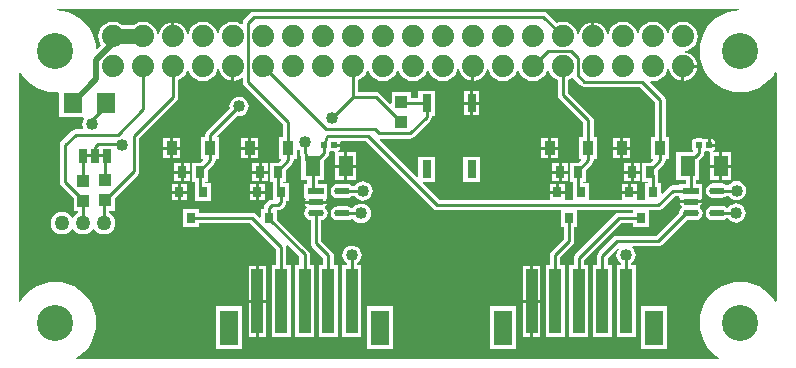
<source format=gtl>
G04*
G04 #@! TF.GenerationSoftware,Altium Limited,Altium Designer,23.3.1 (30)*
G04*
G04 Layer_Physical_Order=1*
G04 Layer_Color=255*
%FSLAX26Y26*%
%MOIN*%
G70*
G04*
G04 #@! TF.SameCoordinates,CCAFB082-66E9-4EF7-9244-D7FC5D9F632E*
G04*
G04*
G04 #@! TF.FilePolarity,Positive*
G04*
G01*
G75*
%ADD15C,0.010000*%
%ADD17R,0.039370X0.216535*%
%ADD18R,0.062992X0.118110*%
%ADD19R,0.051181X0.070866*%
G04:AMPARAMS|DCode=20|XSize=52.688mil|YSize=22.754mil|CornerRadius=11.377mil|HoleSize=0mil|Usage=FLASHONLY|Rotation=0.000|XOffset=0mil|YOffset=0mil|HoleType=Round|Shape=RoundedRectangle|*
%AMROUNDEDRECTD20*
21,1,0.052688,0.000000,0,0,0.0*
21,1,0.029934,0.022754,0,0,0.0*
1,1,0.022754,0.014967,0.000000*
1,1,0.022754,-0.014967,0.000000*
1,1,0.022754,-0.014967,0.000000*
1,1,0.022754,0.014967,0.000000*
%
%ADD20ROUNDEDRECTD20*%
%ADD21R,0.052688X0.022754*%
G04:AMPARAMS|DCode=22|XSize=21.654mil|YSize=19.685mil|CornerRadius=2.461mil|HoleSize=0mil|Usage=FLASHONLY|Rotation=90.000|XOffset=0mil|YOffset=0mil|HoleType=Round|Shape=RoundedRectangle|*
%AMROUNDEDRECTD22*
21,1,0.021654,0.014764,0,0,90.0*
21,1,0.016732,0.019685,0,0,90.0*
1,1,0.004921,0.007382,0.008366*
1,1,0.004921,0.007382,-0.008366*
1,1,0.004921,-0.007382,-0.008366*
1,1,0.004921,-0.007382,0.008366*
%
%ADD22ROUNDEDRECTD22*%
%ADD23R,0.030000X0.060000*%
%ADD24R,0.035827X0.048032*%
%ADD25R,0.062990X0.070870*%
%ADD26R,0.031496X0.035433*%
%ADD27R,0.031496X0.039370*%
%ADD28R,0.039370X0.043310*%
%ADD29R,0.025000X0.050000*%
%ADD45C,0.020000*%
%ADD46C,0.050000*%
%ADD47C,0.120000*%
%ADD48C,0.074000*%
%ADD49C,0.020000*%
%ADD50C,0.050000*%
%ADD51C,0.040000*%
G36*
X2417777Y1179476D02*
X2399916Y1178071D01*
X2379097Y1173073D01*
X2359317Y1164880D01*
X2341062Y1153693D01*
X2324782Y1139788D01*
X2310877Y1123508D01*
X2299691Y1105253D01*
X2291497Y1085473D01*
X2286499Y1064654D01*
X2284819Y1043310D01*
X2286499Y1021966D01*
X2291497Y1001148D01*
X2299691Y981367D01*
X2310877Y963112D01*
X2324782Y946832D01*
X2341062Y932927D01*
X2359317Y921740D01*
X2379097Y913547D01*
X2399916Y908549D01*
X2421260Y906869D01*
X2442604Y908549D01*
X2463423Y913547D01*
X2483203Y921740D01*
X2501458Y932927D01*
X2517738Y946832D01*
X2531643Y963112D01*
X2537934Y973379D01*
X2542747Y972022D01*
Y209088D01*
X2537934Y207731D01*
X2531643Y217998D01*
X2517738Y234278D01*
X2501458Y248183D01*
X2483203Y259370D01*
X2463423Y267563D01*
X2442604Y272561D01*
X2421260Y274241D01*
X2399916Y272561D01*
X2379097Y267563D01*
X2359317Y259370D01*
X2341062Y248183D01*
X2324782Y234278D01*
X2310877Y217998D01*
X2299691Y199743D01*
X2291497Y179963D01*
X2286499Y159144D01*
X2284819Y137800D01*
X2286499Y116456D01*
X2291497Y95638D01*
X2299691Y75857D01*
X2310877Y57602D01*
X2324782Y41322D01*
X2341062Y27417D01*
X2351329Y21126D01*
X2349972Y16314D01*
X209088D01*
X207731Y21126D01*
X217998Y27417D01*
X234278Y41322D01*
X248183Y57602D01*
X259370Y75857D01*
X267563Y95638D01*
X272561Y116456D01*
X274241Y137800D01*
X272561Y159144D01*
X267563Y179963D01*
X259370Y199743D01*
X248183Y217998D01*
X234278Y234278D01*
X217998Y248183D01*
X199743Y259370D01*
X179963Y267563D01*
X159144Y272561D01*
X137800Y274241D01*
X116456Y272561D01*
X95638Y267563D01*
X75857Y259370D01*
X57602Y248183D01*
X41322Y234278D01*
X27417Y217998D01*
X21126Y207731D01*
X16314Y209088D01*
Y972022D01*
X21126Y973379D01*
X27417Y963112D01*
X41322Y946832D01*
X57602Y932927D01*
X75857Y921740D01*
X95638Y913547D01*
X116456Y908549D01*
X137800Y906869D01*
X147713Y907650D01*
X151385Y904255D01*
Y822565D01*
X231327D01*
X233539Y818081D01*
X232048Y816138D01*
X228824Y808354D01*
X227724Y800000D01*
X228824Y791646D01*
X230610Y787333D01*
X227269Y782333D01*
X205000D01*
X198367Y781014D01*
X192744Y777256D01*
X157744Y742256D01*
X153986Y736633D01*
X152667Y730000D01*
Y606050D01*
X153986Y599417D01*
X157744Y593794D01*
X198825Y552712D01*
Y509915D01*
X212667D01*
Y502869D01*
X211340Y502320D01*
X203611Y496389D01*
X197680Y488660D01*
X197500Y488224D01*
X192500D01*
X192320Y488660D01*
X186389Y496389D01*
X178660Y502320D01*
X169659Y506048D01*
X160000Y507319D01*
X150341Y506048D01*
X141340Y502320D01*
X133611Y496389D01*
X127680Y488660D01*
X123952Y479659D01*
X122681Y470000D01*
X123952Y460341D01*
X127680Y451340D01*
X133611Y443611D01*
X141340Y437680D01*
X150341Y433952D01*
X160000Y432681D01*
X169659Y433952D01*
X178660Y437680D01*
X186389Y443611D01*
X192320Y451340D01*
X192500Y451776D01*
X197500D01*
X197680Y451340D01*
X203611Y443611D01*
X211340Y437680D01*
X220341Y433952D01*
X230000Y432681D01*
X239659Y433952D01*
X248660Y437680D01*
X256389Y443611D01*
X262320Y451340D01*
X262500Y451776D01*
X267500D01*
X267680Y451340D01*
X273611Y443611D01*
X281340Y437680D01*
X290341Y433952D01*
X300000Y432681D01*
X309659Y433952D01*
X318660Y437680D01*
X326389Y443611D01*
X332320Y451340D01*
X336048Y460341D01*
X337319Y470000D01*
X336048Y479659D01*
X332320Y488660D01*
X326389Y496389D01*
X318660Y502320D01*
X317333Y502869D01*
Y511915D01*
X335455D01*
Y554712D01*
X412256Y631514D01*
X416014Y637137D01*
X417333Y643770D01*
Y752820D01*
X541786Y877274D01*
X545544Y882897D01*
X546863Y889530D01*
Y946272D01*
X554241Y949329D01*
X564477Y957183D01*
X572331Y967419D01*
X576930Y978520D01*
X579530Y978958D01*
X582130Y978520D01*
X586729Y967419D01*
X594583Y957183D01*
X604819Y949329D01*
X616738Y944391D01*
X629530Y942707D01*
X642322Y944391D01*
X654241Y949329D01*
X664477Y957183D01*
X672331Y967419D01*
X677269Y979338D01*
X678017Y985022D01*
X683060D01*
X683740Y979861D01*
X688476Y968427D01*
X696009Y958609D01*
X705827Y951076D01*
X717260Y946340D01*
X724530Y945383D01*
Y992130D01*
X734530D01*
Y945383D01*
X741799Y946340D01*
X753233Y951076D01*
X757713Y954513D01*
X762197Y952302D01*
Y942000D01*
X763516Y935367D01*
X767274Y929744D01*
X897037Y799980D01*
Y756016D01*
X884457D01*
Y683984D01*
X888529D01*
X890442Y679365D01*
X882762Y671685D01*
X851780D01*
Y608315D01*
X862195D01*
Y603024D01*
X861622D01*
Y547333D01*
X860000D01*
X853367Y546014D01*
X847744Y542256D01*
X837744Y532256D01*
X833986Y526633D01*
X832667Y520000D01*
Y516409D01*
X822252D01*
Y489793D01*
X817633Y487880D01*
X806564Y498948D01*
X800941Y502706D01*
X794308Y504025D01*
X617748D01*
Y516409D01*
X562252D01*
Y456976D01*
X617748D01*
Y469359D01*
X787128D01*
X872667Y383820D01*
Y330268D01*
X858315D01*
Y89732D01*
X921685D01*
Y330268D01*
X907333D01*
Y391000D01*
X907073Y392306D01*
X911068Y397850D01*
X912216Y397995D01*
X951407Y358804D01*
Y330268D01*
X937055D01*
Y89732D01*
X1000425D01*
Y330268D01*
X986073D01*
Y365984D01*
X984754Y372617D01*
X980996Y378240D01*
X877748Y481489D01*
Y512667D01*
X879370D01*
X886003Y513986D01*
X891626Y517744D01*
X901626Y527744D01*
X905384Y533367D01*
X906703Y540000D01*
Y543591D01*
X917118D01*
Y603024D01*
X896861D01*
Y608315D01*
X907276D01*
Y647173D01*
X926626Y666524D01*
X930384Y672147D01*
X931703Y678780D01*
Y683984D01*
X944283D01*
Y713096D01*
X948604Y715226D01*
X952667Y712413D01*
Y705000D01*
X953986Y698367D01*
X956958Y693919D01*
Y680591D01*
X957292Y678916D01*
Y612567D01*
X977549D01*
Y600779D01*
X967710D01*
Y554025D01*
X969445D01*
X971802Y549615D01*
X970950Y548341D01*
X970286Y545000D01*
X1041822D01*
X1041158Y548341D01*
X1040306Y549615D01*
X1042663Y554025D01*
X1044398D01*
Y600779D01*
X1012215D01*
Y612567D01*
X1032473D01*
Y679850D01*
X1044540Y691918D01*
X1048298Y697541D01*
X1049617Y704174D01*
Y707795D01*
X1054617Y710468D01*
X1055472Y709896D01*
X1060334Y708929D01*
X1065976D01*
X1069527Y705433D01*
X1069527Y703929D01*
Y665000D01*
X1100118D01*
Y705433D01*
X1081595D01*
X1081076Y706849D01*
X1080763Y710433D01*
X1084082Y712650D01*
X1086835Y716772D01*
X1087803Y721634D01*
Y725000D01*
X1067716D01*
Y735000D01*
X1087803D01*
Y738366D01*
X1087716Y738802D01*
X1090888Y742667D01*
X1173820D01*
X1398744Y517744D01*
X1404367Y513986D01*
X1411000Y512667D01*
X1822252D01*
Y456976D01*
X1832667D01*
Y417180D01*
X1791524Y376036D01*
X1787766Y370413D01*
X1786447Y363780D01*
Y330268D01*
X1772095D01*
Y89732D01*
X1835465D01*
Y330268D01*
X1821113D01*
Y356600D01*
X1862256Y397743D01*
X1862256Y397744D01*
X1866014Y403367D01*
X1867333Y410000D01*
X1867333Y410000D01*
Y456976D01*
X1877748D01*
Y512667D01*
X2062252D01*
Y504025D01*
X2016693D01*
X2016692Y504025D01*
X2010059Y502706D01*
X2004436Y498948D01*
X1870264Y364776D01*
X1866506Y359153D01*
X1865187Y352520D01*
Y330268D01*
X1850835D01*
Y89732D01*
X1914205D01*
Y330268D01*
X1899853D01*
Y345340D01*
X2023872Y469359D01*
X2062252D01*
Y456976D01*
X2117748D01*
Y512667D01*
X2147732D01*
X2154365Y513986D01*
X2159988Y517744D01*
X2203180Y560935D01*
X2217710D01*
Y554891D01*
X2219445D01*
X2221802Y550481D01*
X2220950Y549207D01*
X2220286Y545866D01*
X2291822D01*
X2291158Y549207D01*
X2290306Y550481D01*
X2292663Y554891D01*
X2294398D01*
Y601645D01*
X2273387D01*
Y612567D01*
X2282472D01*
Y679849D01*
X2294540Y691917D01*
X2298298Y697540D01*
X2299617Y704173D01*
Y707795D01*
X2304617Y710468D01*
X2305472Y709896D01*
X2310334Y708929D01*
X2315976D01*
X2319527Y705433D01*
X2319528Y703929D01*
Y665000D01*
X2350118D01*
Y705433D01*
X2331595D01*
X2331076Y706849D01*
X2330763Y710433D01*
X2334081Y712650D01*
X2336836Y716772D01*
X2337803Y721634D01*
Y725000D01*
X2317716D01*
Y730000D01*
X2312716D01*
Y751071D01*
X2310334D01*
X2305472Y750104D01*
X2305019Y749801D01*
X2300091Y748792D01*
X2295308Y751988D01*
X2289666Y753110D01*
X2274902D01*
X2269260Y751988D01*
X2264477Y748792D01*
X2261280Y744008D01*
X2260158Y738366D01*
Y721634D01*
X2261280Y715992D01*
X2264477Y711208D01*
X2264506Y710908D01*
X2261031Y707433D01*
X2207291D01*
Y612567D01*
X2238721D01*
Y601645D01*
X2217710D01*
Y595601D01*
X2196001D01*
X2196000Y595601D01*
X2189367Y594282D01*
X2183744Y590524D01*
X2161737Y568518D01*
X2157118Y570432D01*
Y603024D01*
X2146703D01*
Y608315D01*
X2147276D01*
Y647173D01*
X2166626Y666524D01*
X2170384Y672147D01*
X2171703Y678780D01*
Y683984D01*
X2184283D01*
Y756016D01*
X2171703D01*
Y880000D01*
X2170384Y886633D01*
X2166626Y892256D01*
X2119959Y938924D01*
X2122294Y943660D01*
X2129530Y942707D01*
X2142322Y944391D01*
X2154241Y949329D01*
X2164477Y957183D01*
X2172331Y967419D01*
X2177269Y979338D01*
X2178017Y985022D01*
X2183060D01*
X2183740Y979861D01*
X2188476Y968427D01*
X2196009Y958609D01*
X2205827Y951076D01*
X2217260Y946340D01*
X2224530Y945383D01*
Y992130D01*
X2229530D01*
Y997130D01*
X2276277D01*
X2275320Y1004399D01*
X2270584Y1015833D01*
X2263051Y1025651D01*
X2253233Y1033185D01*
X2241800Y1037920D01*
X2236638Y1038600D01*
Y1043643D01*
X2242322Y1044391D01*
X2254241Y1049329D01*
X2264477Y1057183D01*
X2272331Y1067419D01*
X2277269Y1079338D01*
X2278953Y1092130D01*
X2277269Y1104922D01*
X2272331Y1116841D01*
X2264477Y1127077D01*
X2254241Y1134931D01*
X2242322Y1139869D01*
X2229530Y1141553D01*
X2216738Y1139869D01*
X2204819Y1134931D01*
X2194583Y1127077D01*
X2186729Y1116841D01*
X2182130Y1105740D01*
X2179530Y1105302D01*
X2176930Y1105740D01*
X2172331Y1116841D01*
X2164477Y1127077D01*
X2154241Y1134931D01*
X2142322Y1139869D01*
X2129530Y1141553D01*
X2116738Y1139869D01*
X2104819Y1134931D01*
X2094583Y1127077D01*
X2086729Y1116841D01*
X2082130Y1105740D01*
X2079530Y1105302D01*
X2076930Y1105740D01*
X2072331Y1116841D01*
X2064477Y1127077D01*
X2054241Y1134931D01*
X2042322Y1139869D01*
X2029530Y1141553D01*
X2016738Y1139869D01*
X2004819Y1134931D01*
X1994583Y1127077D01*
X1986729Y1116841D01*
X1981791Y1104922D01*
X1981043Y1099238D01*
X1976000D01*
X1975320Y1104399D01*
X1970584Y1115833D01*
X1963051Y1125651D01*
X1953233Y1133185D01*
X1941800Y1137920D01*
X1934530Y1138877D01*
Y1092130D01*
X1924530D01*
Y1138877D01*
X1917261Y1137920D01*
X1905827Y1133185D01*
X1896009Y1125651D01*
X1888476Y1115833D01*
X1883740Y1104399D01*
X1883060Y1099238D01*
X1878017D01*
X1877269Y1104922D01*
X1872331Y1116841D01*
X1864477Y1127077D01*
X1854241Y1134931D01*
X1842322Y1139869D01*
X1829530Y1141553D01*
X1816738Y1139869D01*
X1809360Y1136813D01*
X1776916Y1169256D01*
X1771293Y1173014D01*
X1764660Y1174333D01*
X800000D01*
X800000Y1174333D01*
X793367Y1173014D01*
X787744Y1169256D01*
X787744Y1169256D01*
X767274Y1148786D01*
X763516Y1143163D01*
X762197Y1136530D01*
Y1134479D01*
X757713Y1132268D01*
X754241Y1134931D01*
X742322Y1139869D01*
X729530Y1141553D01*
X716738Y1139869D01*
X704819Y1134931D01*
X694583Y1127077D01*
X686729Y1116841D01*
X682130Y1105740D01*
X679530Y1105302D01*
X676930Y1105740D01*
X672331Y1116841D01*
X664477Y1127077D01*
X654241Y1134931D01*
X642322Y1139869D01*
X629530Y1141553D01*
X616738Y1139869D01*
X604819Y1134931D01*
X594583Y1127077D01*
X586729Y1116841D01*
X581791Y1104922D01*
X581043Y1099238D01*
X576000D01*
X575320Y1104399D01*
X570585Y1115833D01*
X563051Y1125651D01*
X553233Y1133185D01*
X541799Y1137920D01*
X534530Y1138877D01*
Y1092130D01*
X524530D01*
Y1138877D01*
X517260Y1137920D01*
X505827Y1133185D01*
X496009Y1125651D01*
X488476Y1115833D01*
X483740Y1104399D01*
X483060Y1099238D01*
X478017D01*
X477269Y1104922D01*
X472331Y1116841D01*
X464477Y1127077D01*
X454241Y1134931D01*
X442322Y1139869D01*
X429530Y1141553D01*
X416738Y1139869D01*
X404819Y1134931D01*
X397674Y1129449D01*
X361386D01*
X354241Y1134931D01*
X342322Y1139869D01*
X329530Y1141553D01*
X316738Y1139869D01*
X304819Y1134931D01*
X294583Y1127077D01*
X286729Y1116841D01*
X281791Y1104922D01*
X280107Y1092130D01*
X281791Y1079338D01*
X286729Y1067419D01*
X290457Y1062559D01*
X278242Y1050344D01*
X273551Y1052075D01*
X272561Y1064654D01*
X267563Y1085473D01*
X259370Y1105253D01*
X248183Y1123508D01*
X234278Y1139788D01*
X217998Y1153693D01*
X199743Y1164880D01*
X179963Y1173073D01*
X159144Y1178071D01*
X141283Y1179476D01*
X141479Y1184476D01*
X2417581D01*
X2417777Y1179476D01*
D02*
G37*
G36*
X1534530Y945383D02*
X1541800Y946340D01*
X1553233Y951076D01*
X1563051Y958609D01*
X1570584Y968427D01*
X1575320Y979861D01*
X1576000Y985022D01*
X1581043D01*
X1581791Y979338D01*
X1586729Y967419D01*
X1594583Y957183D01*
X1604819Y949329D01*
X1616738Y944391D01*
X1629530Y942707D01*
X1642322Y944391D01*
X1654241Y949329D01*
X1664477Y957183D01*
X1672331Y967419D01*
X1676930Y978520D01*
X1679530Y978958D01*
X1682130Y978520D01*
X1686729Y967419D01*
X1694583Y957183D01*
X1704819Y949329D01*
X1716738Y944391D01*
X1729530Y942707D01*
X1742322Y944391D01*
X1754241Y949329D01*
X1764477Y957183D01*
X1772331Y967419D01*
X1776930Y978520D01*
X1779530Y978958D01*
X1782130Y978520D01*
X1786729Y967419D01*
X1794583Y957183D01*
X1804819Y949329D01*
X1812197Y946272D01*
Y897840D01*
X1813516Y891207D01*
X1817274Y885584D01*
X1897037Y805820D01*
Y756016D01*
X1884457D01*
Y683984D01*
X1888529D01*
X1890442Y679365D01*
X1882762Y671685D01*
X1851780D01*
Y608315D01*
X1862195D01*
Y603024D01*
X1861622D01*
Y547333D01*
X1836378D01*
Y568308D01*
X1810630D01*
Y573308D01*
D01*
Y568308D01*
X1784882D01*
Y547333D01*
X1418180D01*
X1362132Y603381D01*
X1364045Y608000D01*
X1402000D01*
Y692000D01*
X1348000D01*
Y624045D01*
X1343381Y622132D01*
X1218846Y746667D01*
X1220917Y751667D01*
X1320000D01*
X1326633Y752986D01*
X1332256Y756744D01*
X1387256Y811744D01*
X1387256Y811744D01*
X1391014Y817367D01*
X1392333Y824000D01*
Y828000D01*
X1402000D01*
Y912000D01*
X1348000D01*
Y887333D01*
X1321685D01*
Y907115D01*
X1258315D01*
Y869270D01*
X1253696Y867357D01*
X1219266Y901786D01*
X1213643Y905544D01*
X1207010Y906863D01*
X1146863D01*
Y946272D01*
X1154241Y949329D01*
X1164477Y957183D01*
X1172331Y967419D01*
X1176930Y978520D01*
X1179530Y978958D01*
X1182130Y978520D01*
X1186729Y967419D01*
X1194583Y957183D01*
X1204819Y949329D01*
X1216738Y944391D01*
X1229530Y942707D01*
X1242322Y944391D01*
X1254241Y949329D01*
X1264477Y957183D01*
X1272331Y967419D01*
X1276930Y978520D01*
X1279530Y978958D01*
X1282130Y978520D01*
X1286729Y967419D01*
X1294583Y957183D01*
X1304819Y949329D01*
X1316738Y944391D01*
X1329530Y942707D01*
X1342322Y944391D01*
X1354241Y949329D01*
X1364477Y957183D01*
X1372331Y967419D01*
X1376930Y978520D01*
X1379530Y978958D01*
X1382130Y978520D01*
X1386729Y967419D01*
X1394583Y957183D01*
X1404819Y949329D01*
X1416738Y944391D01*
X1429530Y942707D01*
X1442322Y944391D01*
X1454241Y949329D01*
X1464477Y957183D01*
X1472331Y967419D01*
X1477269Y979338D01*
X1478017Y985022D01*
X1483060D01*
X1483740Y979861D01*
X1488476Y968427D01*
X1496009Y958609D01*
X1505827Y951076D01*
X1517261Y946340D01*
X1524530Y945383D01*
Y992130D01*
X1534530D01*
Y945383D01*
D02*
G37*
G36*
X298000Y690000D02*
X282000D01*
Y700000D01*
X298000D01*
Y690000D01*
D02*
G37*
G36*
X258000D02*
X242000D01*
Y700000D01*
X258000D01*
Y690000D01*
D02*
G37*
G36*
X1866031Y952073D02*
X1867274Y950214D01*
X1887744Y929744D01*
X1887744Y929744D01*
X1893367Y925986D01*
X1900000Y924667D01*
X1900001Y924667D01*
X2085190D01*
X2137037Y872820D01*
Y756016D01*
X2124457D01*
Y683984D01*
X2128529D01*
X2130442Y679365D01*
X2122762Y671685D01*
X2091780D01*
Y608315D01*
X2112037D01*
Y603024D01*
X2101622D01*
Y547333D01*
X2076378D01*
Y568308D01*
X2050630D01*
X2024882D01*
Y547333D01*
X1917118D01*
Y603024D01*
X1896861D01*
Y608315D01*
X1907276D01*
Y647173D01*
X1926626Y666524D01*
X1930384Y672147D01*
X1931703Y678780D01*
Y683984D01*
X1944283D01*
Y756016D01*
X1931703D01*
Y813000D01*
X1930384Y819633D01*
X1926626Y825256D01*
X1846863Y905020D01*
Y946272D01*
X1854241Y949329D01*
X1859325Y953230D01*
X1866031Y952073D01*
D02*
G37*
%LPC*%
G36*
X2276277Y987130D02*
X2234530D01*
Y945383D01*
X2241800Y946340D01*
X2253233Y951076D01*
X2263051Y958609D01*
X2270584Y968427D01*
X2275320Y979861D01*
X2276277Y987130D01*
D02*
G37*
G36*
X750000Y891276D02*
X741646Y890176D01*
X733862Y886952D01*
X727177Y881823D01*
X722048Y875138D01*
X718824Y867354D01*
X717724Y859000D01*
X718627Y852140D01*
X642114Y775626D01*
X638356Y770003D01*
X637037Y763370D01*
Y756016D01*
X624457D01*
Y683984D01*
X628529D01*
X630442Y679365D01*
X622762Y671685D01*
X591780D01*
Y608315D01*
X602195D01*
Y603024D01*
X601622D01*
Y543591D01*
X657118D01*
Y603024D01*
X636861D01*
Y608315D01*
X647276D01*
Y647173D01*
X666626Y666524D01*
X670384Y672147D01*
X671703Y678780D01*
Y683984D01*
X684283D01*
Y756016D01*
X678599D01*
X676528Y761016D01*
X743140Y827627D01*
X750000Y826724D01*
X758354Y827824D01*
X766138Y831048D01*
X772823Y836177D01*
X777952Y842862D01*
X781176Y850646D01*
X782276Y859000D01*
X781176Y867354D01*
X777952Y875138D01*
X772823Y881823D01*
X766138Y886952D01*
X758354Y890176D01*
X750000Y891276D01*
D02*
G37*
G36*
X2325098Y751071D02*
X2322716D01*
Y735000D01*
X2337803D01*
Y738366D01*
X2336836Y743228D01*
X2334081Y747350D01*
X2329960Y750104D01*
X2325098Y751071D01*
D02*
G37*
G36*
X813543Y754016D02*
X790630D01*
Y725000D01*
X813543D01*
Y754016D01*
D02*
G37*
G36*
X780630D02*
X757717D01*
Y725000D01*
X780630D01*
Y754016D01*
D02*
G37*
G36*
X553543D02*
X530630D01*
Y725000D01*
X553543D01*
Y754016D01*
D02*
G37*
G36*
X520630D02*
X497717D01*
Y725000D01*
X520630D01*
Y754016D01*
D02*
G37*
G36*
X813543Y715000D02*
X790630D01*
Y685984D01*
X813543D01*
Y715000D01*
D02*
G37*
G36*
X780630D02*
X757717D01*
Y685984D01*
X780630D01*
Y715000D01*
D02*
G37*
G36*
X553543D02*
X530630D01*
Y685984D01*
X553543D01*
Y715000D01*
D02*
G37*
G36*
X520630D02*
X497717D01*
Y685984D01*
X520630D01*
Y715000D01*
D02*
G37*
G36*
X2390709Y705433D02*
X2360118D01*
Y665000D01*
X2390709D01*
Y705433D01*
D02*
G37*
G36*
X1140708D02*
X1110118D01*
Y665000D01*
X1140708D01*
Y705433D01*
D02*
G37*
G36*
X846220Y669685D02*
X825472D01*
Y645000D01*
X846220D01*
Y669685D01*
D02*
G37*
G36*
X586220D02*
X565472D01*
Y645000D01*
X586220D01*
Y669685D01*
D02*
G37*
G36*
X815472D02*
X794724D01*
Y645000D01*
X815472D01*
Y669685D01*
D02*
G37*
G36*
X555472D02*
X534724D01*
Y645000D01*
X555472D01*
Y669685D01*
D02*
G37*
G36*
X2390709Y655000D02*
X2360118D01*
Y614567D01*
X2390709D01*
Y655000D01*
D02*
G37*
G36*
X2350118D02*
X2319528D01*
Y614567D01*
X2350118D01*
Y655000D01*
D02*
G37*
G36*
X1140708D02*
X1110118D01*
Y614567D01*
X1140708D01*
Y655000D01*
D02*
G37*
G36*
X1100118D02*
X1069527D01*
Y614567D01*
X1100118D01*
Y655000D01*
D02*
G37*
G36*
X846220Y635000D02*
X825472D01*
Y610315D01*
X846220D01*
Y635000D01*
D02*
G37*
G36*
X815472D02*
X794724D01*
Y610315D01*
X815472D01*
Y635000D01*
D02*
G37*
G36*
X586220D02*
X565472D01*
Y610315D01*
X586220D01*
Y635000D01*
D02*
G37*
G36*
X555472D02*
X534724D01*
Y610315D01*
X555472D01*
Y635000D01*
D02*
G37*
G36*
X2408268Y610544D02*
X2399914Y609444D01*
X2392130Y606220D01*
X2385445Y601091D01*
X2381233Y595601D01*
X2375050D01*
X2368034Y600289D01*
X2358913Y602103D01*
X2328979D01*
X2319858Y600289D01*
X2312125Y595122D01*
X2306958Y587389D01*
X2305144Y578268D01*
X2306958Y569147D01*
X2312125Y561414D01*
X2319858Y556247D01*
X2328979Y554433D01*
X2358913D01*
X2368034Y556247D01*
X2375050Y560935D01*
X2381233D01*
X2385445Y555445D01*
X2392130Y550316D01*
X2399914Y547092D01*
X2408268Y545992D01*
X2416622Y547092D01*
X2424406Y550316D01*
X2431091Y555445D01*
X2436220Y562130D01*
X2439444Y569914D01*
X2440544Y578268D01*
X2439444Y586622D01*
X2436220Y594406D01*
X2431091Y601091D01*
X2424406Y606220D01*
X2416622Y609444D01*
X2408268Y610544D01*
D02*
G37*
G36*
X1162598Y609678D02*
X1154244Y608578D01*
X1146460Y605354D01*
X1139775Y600225D01*
X1135563Y594735D01*
X1125050D01*
X1118034Y599423D01*
X1108913Y601237D01*
X1078979D01*
X1069858Y599423D01*
X1062125Y594256D01*
X1056958Y586523D01*
X1055144Y577402D01*
X1056958Y568281D01*
X1062125Y560548D01*
X1069858Y555381D01*
X1078979Y553567D01*
X1108913D01*
X1118034Y555381D01*
X1125050Y560069D01*
X1135563D01*
X1139775Y554579D01*
X1146460Y549450D01*
X1154244Y546226D01*
X1162598Y545126D01*
X1170952Y546226D01*
X1178736Y549450D01*
X1185421Y554579D01*
X1190550Y561264D01*
X1193774Y569048D01*
X1194874Y577402D01*
X1193774Y585756D01*
X1190550Y593540D01*
X1185421Y600225D01*
X1178736Y605354D01*
X1170952Y608578D01*
X1162598Y609678D01*
D02*
G37*
G36*
X836378Y601024D02*
X815630D01*
Y578308D01*
X836378D01*
Y601024D01*
D02*
G37*
G36*
X576378D02*
X555630D01*
Y578308D01*
X576378D01*
Y601024D01*
D02*
G37*
G36*
X805630D02*
X784882D01*
Y578308D01*
X805630D01*
Y601024D01*
D02*
G37*
G36*
X545630D02*
X524882D01*
Y578308D01*
X545630D01*
Y601024D01*
D02*
G37*
G36*
X836378Y568308D02*
X815630D01*
Y545591D01*
X836378D01*
Y568308D01*
D02*
G37*
G36*
X805630D02*
X784882D01*
Y545591D01*
X805630D01*
Y568308D01*
D02*
G37*
G36*
X576378D02*
X555630D01*
Y545591D01*
X576378D01*
Y568308D01*
D02*
G37*
G36*
X545630D02*
X524882D01*
Y545591D01*
X545630D01*
Y568308D01*
D02*
G37*
G36*
X2406536Y535740D02*
X2398182Y534640D01*
X2390398Y531416D01*
X2383713Y526287D01*
X2379501Y520797D01*
X2375050D01*
X2368034Y525485D01*
X2358913Y527299D01*
X2328979D01*
X2319858Y525485D01*
X2312125Y520318D01*
X2306958Y512585D01*
X2305144Y503464D01*
X2306958Y494343D01*
X2312125Y486610D01*
X2319858Y481443D01*
X2328979Y479629D01*
X2358913D01*
X2368034Y481443D01*
X2375050Y486131D01*
X2379501D01*
X2383713Y480641D01*
X2390398Y475512D01*
X2398182Y472288D01*
X2406536Y471188D01*
X2414890Y472288D01*
X2422674Y475512D01*
X2429359Y480641D01*
X2434488Y487326D01*
X2437712Y495110D01*
X2438812Y503464D01*
X2437712Y511818D01*
X2434488Y519602D01*
X2429359Y526287D01*
X2422674Y531416D01*
X2414890Y534640D01*
X2406536Y535740D01*
D02*
G37*
G36*
X1157402Y534874D02*
X1149048Y533774D01*
X1141264Y530550D01*
X1134579Y525421D01*
X1130367Y519931D01*
X1125050D01*
X1118034Y524619D01*
X1108913Y526433D01*
X1078979D01*
X1069858Y524619D01*
X1062125Y519452D01*
X1056958Y511719D01*
X1055144Y502598D01*
X1056958Y493477D01*
X1062125Y485744D01*
X1069858Y480577D01*
X1078979Y478763D01*
X1108913D01*
X1118034Y480577D01*
X1125050Y485265D01*
X1130367D01*
X1134579Y479775D01*
X1141264Y474646D01*
X1149048Y471422D01*
X1157402Y470322D01*
X1165756Y471422D01*
X1173540Y474646D01*
X1180225Y479775D01*
X1185354Y486460D01*
X1188578Y494244D01*
X1189678Y502598D01*
X1188578Y510952D01*
X1185354Y518736D01*
X1180225Y525421D01*
X1173540Y530550D01*
X1165756Y533774D01*
X1157402Y534874D01*
D02*
G37*
G36*
X1754725Y328268D02*
X1730040D01*
Y215000D01*
X1754725D01*
Y328268D01*
D02*
G37*
G36*
X1720040D02*
X1695355D01*
Y215000D01*
X1720040D01*
Y328268D01*
D02*
G37*
G36*
X840945D02*
X816260D01*
Y215000D01*
X840945D01*
Y328268D01*
D02*
G37*
G36*
X806260D02*
X781575D01*
Y215000D01*
X806260D01*
Y328268D01*
D02*
G37*
G36*
X1754725Y205000D02*
X1730040D01*
Y91732D01*
X1754725D01*
Y205000D01*
D02*
G37*
G36*
X1720040D02*
X1695355D01*
Y91732D01*
X1720040D01*
Y205000D01*
D02*
G37*
G36*
X840945D02*
X816260D01*
Y91732D01*
X840945D01*
Y205000D01*
D02*
G37*
G36*
X806260D02*
X781575D01*
Y91732D01*
X806260D01*
Y205000D01*
D02*
G37*
G36*
X2291822Y535866D02*
X2220286D01*
X2220950Y532525D01*
X2225675Y525454D01*
Y521281D01*
X2224233Y520318D01*
X2219066Y512585D01*
X2217420Y504308D01*
X2140444Y427333D01*
X2010000D01*
X2003367Y426014D01*
X1997744Y422256D01*
X1949004Y373516D01*
X1945246Y367893D01*
X1943927Y361260D01*
Y330268D01*
X1929575D01*
Y89732D01*
X1992945D01*
Y330268D01*
X1978593D01*
Y354080D01*
X2012655Y388143D01*
X2016423Y384839D01*
X2012048Y379138D01*
X2008824Y371354D01*
X2007724Y363000D01*
X2008824Y354646D01*
X2012048Y346862D01*
X2017177Y340177D01*
X2022667Y335965D01*
Y330268D01*
X2008315D01*
Y89732D01*
X2071685D01*
Y330268D01*
X2057333D01*
Y335965D01*
X2062823Y340177D01*
X2067952Y346862D01*
X2071176Y354646D01*
X2072276Y363000D01*
X2071176Y371354D01*
X2067952Y379138D01*
X2062823Y385823D01*
X2060419Y387667D01*
X2062116Y392667D01*
X2147624D01*
X2154257Y393986D01*
X2159880Y397744D01*
X2241765Y479629D01*
X2271021D01*
X2280142Y481443D01*
X2287875Y486610D01*
X2293042Y494343D01*
X2294856Y503464D01*
X2293042Y512585D01*
X2287875Y520318D01*
X2286433Y521281D01*
Y525454D01*
X2291158Y532525D01*
X2291822Y535866D01*
D02*
G37*
G36*
X1126220Y395276D02*
X1117866Y394176D01*
X1110082Y390952D01*
X1103397Y385823D01*
X1098268Y379138D01*
X1095044Y371354D01*
X1093944Y363000D01*
X1095044Y354646D01*
X1098268Y346862D01*
X1103397Y340177D01*
X1108887Y335965D01*
Y330268D01*
X1094535D01*
Y89732D01*
X1157905D01*
Y330268D01*
X1143553D01*
Y335965D01*
X1149043Y340177D01*
X1154172Y346862D01*
X1157396Y354646D01*
X1158496Y363000D01*
X1157396Y371354D01*
X1154172Y379138D01*
X1149043Y385823D01*
X1142358Y390952D01*
X1134574Y394176D01*
X1126220Y395276D01*
D02*
G37*
G36*
X1041822Y535000D02*
X970286D01*
X970950Y531659D01*
X975675Y524588D01*
Y520415D01*
X974233Y519452D01*
X969066Y511719D01*
X967252Y502598D01*
X969066Y493477D01*
X974233Y485744D01*
X981966Y480577D01*
X988721Y479233D01*
Y403946D01*
X990040Y397313D01*
X993798Y391690D01*
X1030147Y355340D01*
Y330268D01*
X1015795D01*
Y89732D01*
X1079165D01*
Y330268D01*
X1064813D01*
Y362520D01*
X1063494Y369153D01*
X1059736Y374776D01*
X1023387Y411126D01*
Y479233D01*
X1030142Y480577D01*
X1037875Y485744D01*
X1043042Y493477D01*
X1044856Y502598D01*
X1043042Y511719D01*
X1037875Y519452D01*
X1036433Y520415D01*
Y524588D01*
X1041158Y531659D01*
X1041822Y535000D01*
D02*
G37*
G36*
X2177984Y192473D02*
X2090992D01*
Y50363D01*
X2177984D01*
Y192473D01*
D02*
G37*
G36*
X1674048D02*
X1587056D01*
Y50363D01*
X1674048D01*
Y192473D01*
D02*
G37*
G36*
X1264204D02*
X1177212D01*
Y50363D01*
X1264204D01*
Y192473D01*
D02*
G37*
G36*
X760268D02*
X673276D01*
Y50363D01*
X760268D01*
Y192473D01*
D02*
G37*
G36*
X1550000Y910000D02*
X1530000D01*
Y875000D01*
X1550000D01*
Y910000D01*
D02*
G37*
G36*
X1520000D02*
X1500000D01*
Y875000D01*
X1520000D01*
Y910000D01*
D02*
G37*
G36*
X1550000Y865000D02*
X1530000D01*
Y830000D01*
X1550000D01*
Y865000D01*
D02*
G37*
G36*
X1520000D02*
X1500000D01*
Y830000D01*
X1520000D01*
Y865000D01*
D02*
G37*
G36*
X1813543Y754016D02*
X1790630D01*
Y725000D01*
X1813543D01*
Y754016D01*
D02*
G37*
G36*
X1780630D02*
X1757717D01*
Y725000D01*
X1780630D01*
Y754016D01*
D02*
G37*
G36*
X1813543Y715000D02*
X1790630D01*
Y685984D01*
X1813543D01*
Y715000D01*
D02*
G37*
G36*
X1780630D02*
X1757717D01*
Y685984D01*
X1780630D01*
Y715000D01*
D02*
G37*
G36*
X1846220Y669685D02*
X1825472D01*
Y645000D01*
X1846220D01*
Y669685D01*
D02*
G37*
G36*
X1815472D02*
X1794724D01*
Y645000D01*
X1815472D01*
Y669685D01*
D02*
G37*
G36*
X1846220Y635000D02*
X1825472D01*
Y610315D01*
X1846220D01*
Y635000D01*
D02*
G37*
G36*
X1815472D02*
X1794724D01*
Y610315D01*
X1815472D01*
Y635000D01*
D02*
G37*
G36*
X1552000Y692000D02*
X1498000D01*
Y608000D01*
X1552000D01*
Y692000D01*
D02*
G37*
G36*
X1836378Y601024D02*
X1815630D01*
Y578308D01*
X1836378D01*
Y601024D01*
D02*
G37*
G36*
X1805630D02*
X1784882D01*
Y578308D01*
X1805630D01*
Y601024D01*
D02*
G37*
G36*
X2053543Y754016D02*
X2030630D01*
Y725000D01*
X2053543D01*
Y754016D01*
D02*
G37*
G36*
X2020630D02*
X1997717D01*
Y725000D01*
X2020630D01*
Y754016D01*
D02*
G37*
G36*
X2053543Y715000D02*
X2030630D01*
Y685984D01*
X2053543D01*
Y715000D01*
D02*
G37*
G36*
X2020630D02*
X1997717D01*
Y685984D01*
X2020630D01*
Y715000D01*
D02*
G37*
G36*
X2086220Y669685D02*
X2065472D01*
Y645000D01*
X2086220D01*
Y669685D01*
D02*
G37*
G36*
X2055472D02*
X2034724D01*
Y645000D01*
X2055472D01*
Y669685D01*
D02*
G37*
G36*
X2086220Y635000D02*
X2065472D01*
Y610315D01*
X2086220D01*
Y635000D01*
D02*
G37*
G36*
X2055472D02*
X2034724D01*
Y610315D01*
X2055472D01*
Y635000D01*
D02*
G37*
G36*
X2076378Y601024D02*
X2055630D01*
Y578308D01*
X2076378D01*
Y601024D01*
D02*
G37*
G36*
X2045630D02*
X2024882D01*
Y578308D01*
X2045630D01*
Y601024D01*
D02*
G37*
%LPD*%
D15*
X2256054Y578268D02*
Y648828D01*
X2244882Y660000D02*
X2256054Y648828D01*
X2265473Y690433D02*
X2268544D01*
X2244882Y669842D02*
X2265473Y690433D01*
X2282284Y704173D02*
Y730000D01*
X2268544Y690433D02*
X2282284Y704173D01*
X2244882Y660000D02*
Y669842D01*
X2282284Y730000D02*
Y730984D01*
X300000Y470000D02*
Y541800D01*
X303770Y545570D01*
X230000Y543060D02*
X230510Y543570D01*
X230000Y470000D02*
Y543060D01*
X2343946Y503464D02*
X2406536D01*
X2343946Y578268D02*
X2408268D01*
X1093946Y502598D02*
X1157402D01*
X1093946Y577402D02*
X1162598D01*
X1273345Y823195D02*
X1275315D01*
X1290000Y808510D01*
Y806540D02*
Y808510D01*
X1129530Y889530D02*
X1207010D01*
X1273345Y823195D01*
X1129530Y889530D02*
Y992130D01*
X1060000Y820000D02*
X1129530Y889530D01*
X974291Y680591D02*
Y700709D01*
X970000Y705000D02*
X974291Y700709D01*
Y680591D02*
X994882Y660000D01*
X970000Y705000D02*
Y740000D01*
X355000Y735000D02*
X360000Y730000D01*
X280858Y735000D02*
X355000D01*
X400000Y760000D02*
X529530Y889530D01*
X400000Y643770D02*
Y760000D01*
X303770Y547540D02*
X400000Y643770D01*
X270000Y724142D02*
X280858Y735000D01*
X270000Y695000D02*
Y724142D01*
X303770Y650630D02*
Y688770D01*
Y612490D02*
Y650630D01*
X529530Y889530D02*
Y992130D01*
X303770Y545570D02*
Y547540D01*
X170000Y606050D02*
X230510Y545540D01*
Y543570D02*
Y545540D01*
X170000Y606050D02*
Y730000D01*
X205000Y765000D01*
X345000D01*
X429530Y849530D01*
Y992130D01*
X2196000Y578268D02*
X2256054D01*
X2147732Y530000D02*
X2196000Y578268D01*
X1411000Y530000D02*
X2147732D01*
X1181000Y760000D02*
X1411000Y530000D01*
X1042284Y760000D02*
X1181000D01*
X1032284Y730000D02*
X1042284Y760000D01*
X590000Y486692D02*
X794308D01*
X890000Y391000D01*
Y210000D02*
Y391000D01*
X850000Y484724D02*
Y486692D01*
Y484724D02*
X968740Y365984D01*
Y210000D02*
Y365984D01*
X889370Y540000D02*
Y573308D01*
X879370Y530000D02*
X889370Y540000D01*
X860000Y530000D02*
X879370D01*
X850000Y520000D02*
X860000Y530000D01*
X850000Y486692D02*
Y520000D01*
X994882Y660000D02*
Y666772D01*
X1032284Y704174D01*
Y730000D01*
X994882Y583780D02*
Y660000D01*
Y583780D02*
X1001260Y577402D01*
X1006054D01*
X303770Y688770D02*
X310000Y695000D01*
X230000Y611010D02*
Y695000D01*
Y611010D02*
X230510Y610490D01*
X260000Y800000D02*
Y815000D01*
X305120Y860120D01*
Y870000D01*
X1375000Y824000D02*
Y870000D01*
X1320000Y769000D02*
X1375000Y824000D01*
X1216000Y769000D02*
X1320000D01*
X1202000Y783000D02*
X1216000Y769000D01*
X1038660Y783000D02*
X1202000D01*
X829530Y992130D02*
X1038660Y783000D01*
X914370Y720000D02*
Y807160D01*
X779530Y942000D02*
X914370Y807160D01*
X779530Y942000D02*
Y1136530D01*
X800000Y1157000D01*
X1764660D01*
X1829530Y1092130D01*
X654370Y763370D02*
X750000Y859000D01*
X654370Y720000D02*
Y763370D01*
X2040000Y210000D02*
Y363000D01*
X1126220Y210000D02*
Y363000D01*
X1882520Y210000D02*
Y352520D01*
X2016692Y486692D01*
X2090000D01*
X1803780Y210000D02*
Y363780D01*
X1850000Y410000D01*
Y486692D01*
X1729530Y992130D02*
X1779530Y1042130D01*
X1857400D01*
X1879530Y1020000D01*
Y962470D02*
Y1020000D01*
Y962470D02*
X1900000Y942000D01*
X2092370D01*
X2154370Y880000D01*
Y720000D02*
Y880000D01*
X1829530Y897840D02*
Y992130D01*
Y897840D02*
X1914370Y813000D01*
Y720000D02*
Y813000D01*
X1290000Y873460D02*
X1293460Y870000D01*
X1375000D01*
X1961260Y210000D02*
Y361260D01*
X2010000Y410000D01*
X2147624D01*
X2241088Y503464D01*
X2256054D01*
X1006054Y403946D02*
Y502598D01*
Y403946D02*
X1047480Y362520D01*
Y210000D02*
Y362520D01*
X879528Y583150D02*
X889370Y573308D01*
X879528Y583150D02*
Y640000D01*
Y643938D01*
X914370Y678780D01*
Y720000D01*
X2119528Y640000D02*
X2129370Y630158D01*
Y573308D02*
Y630158D01*
X2119528Y640000D02*
Y643938D01*
X2154370Y678780D01*
Y720000D01*
X1879528Y583150D02*
Y640000D01*
Y583150D02*
X1889370Y573308D01*
X1879528Y640000D02*
Y643938D01*
X1914370Y678780D01*
Y720000D01*
X619528Y583150D02*
X629370Y573308D01*
X619528Y583150D02*
Y640000D01*
Y643938D01*
X654370Y678780D01*
Y720000D01*
D17*
X811260Y210000D02*
D03*
X890000D02*
D03*
X1047480D02*
D03*
X1126220D02*
D03*
X968740D02*
D03*
X1725040D02*
D03*
X1803780D02*
D03*
X1961260D02*
D03*
X2040000D02*
D03*
X1882520D02*
D03*
D18*
X1220708Y121418D02*
D03*
X716772D02*
D03*
X2134488D02*
D03*
X1630552D02*
D03*
D19*
X994882Y660000D02*
D03*
X1105118D02*
D03*
X2244882D02*
D03*
X2355118D02*
D03*
D20*
X1093946Y577402D02*
D03*
Y502598D02*
D03*
X1006054D02*
D03*
Y540000D02*
D03*
X2343946Y578268D02*
D03*
Y503464D02*
D03*
X2256054D02*
D03*
Y540866D02*
D03*
D21*
X1006054Y577402D02*
D03*
X2256054Y578268D02*
D03*
D22*
X1067716Y730000D02*
D03*
X1032284D02*
D03*
X2317716D02*
D03*
X2282284D02*
D03*
D23*
X1525000Y870000D02*
D03*
Y650000D02*
D03*
X1375000Y870000D02*
D03*
Y650000D02*
D03*
D24*
X525630Y720000D02*
D03*
X654370D02*
D03*
X785630D02*
D03*
X914370D02*
D03*
X1785630D02*
D03*
X1914370D02*
D03*
X2025630D02*
D03*
X2154370D02*
D03*
D25*
X194880Y870000D02*
D03*
X305120D02*
D03*
D26*
X850000Y486692D02*
D03*
X810630Y573308D02*
D03*
X889370D02*
D03*
X2090000Y486692D02*
D03*
X2050630Y573308D02*
D03*
X2129370D02*
D03*
X590000Y486692D02*
D03*
X550630Y573308D02*
D03*
X629370D02*
D03*
X1850000Y486692D02*
D03*
X1810630Y573308D02*
D03*
X1889370D02*
D03*
D27*
X879528Y640000D02*
D03*
X820472D02*
D03*
X2119528D02*
D03*
X2060472D02*
D03*
X619528D02*
D03*
X560472D02*
D03*
X1879528D02*
D03*
X1820472D02*
D03*
D28*
X1290000Y806540D02*
D03*
Y873460D02*
D03*
X303770Y612490D02*
D03*
Y545570D02*
D03*
X230510Y610490D02*
D03*
Y543570D02*
D03*
D29*
X230000Y695000D02*
D03*
X270000D02*
D03*
X310000D02*
D03*
D45*
X329530Y1069910D02*
Y1092130D01*
X274530Y1014910D02*
X329530Y1069910D01*
X274530Y949650D02*
Y1014910D01*
X194880Y870000D02*
X274530Y949650D01*
D46*
X329530Y1092130D02*
X429530D01*
D47*
X2421260Y1043310D02*
D03*
X137800D02*
D03*
X2421260Y137800D02*
D03*
X137800D02*
D03*
D48*
X2229530Y1092130D02*
D03*
Y992130D02*
D03*
X2129530Y1092130D02*
D03*
Y992130D02*
D03*
X2029530Y1092130D02*
D03*
Y992130D02*
D03*
X1929530Y1092130D02*
D03*
Y992130D02*
D03*
X1829530Y1092130D02*
D03*
Y992130D02*
D03*
X1729530Y1092130D02*
D03*
Y992130D02*
D03*
X1629530Y1092130D02*
D03*
Y992130D02*
D03*
X329530Y1092130D02*
D03*
X429530D02*
D03*
X529530D02*
D03*
X629530D02*
D03*
X729530D02*
D03*
X829530D02*
D03*
X929530D02*
D03*
X1029530D02*
D03*
X1129530D02*
D03*
X1229530D02*
D03*
X1329530D02*
D03*
X1429530D02*
D03*
X1529530D02*
D03*
Y992130D02*
D03*
X1429530D02*
D03*
X1329530D02*
D03*
X1229530D02*
D03*
X1129530D02*
D03*
X1029530D02*
D03*
X929530D02*
D03*
X829530D02*
D03*
X729530D02*
D03*
X629530D02*
D03*
X529530D02*
D03*
X429530D02*
D03*
X329530D02*
D03*
D49*
X2450000Y800000D02*
D03*
X1450000Y760000D02*
D03*
X510000Y320000D02*
D03*
X1480000Y310000D02*
D03*
D50*
X370000Y470000D02*
D03*
X160000D02*
D03*
X300000D02*
D03*
X230000D02*
D03*
D51*
X2408268Y578268D02*
D03*
X2406536Y503464D02*
D03*
X1162598Y577402D02*
D03*
X1157402Y502598D02*
D03*
X1060000Y820000D02*
D03*
X970000Y740000D02*
D03*
X360000Y730000D02*
D03*
X260000Y800000D02*
D03*
X750000Y859000D02*
D03*
X2040000Y363000D02*
D03*
X1126220D02*
D03*
M02*

</source>
